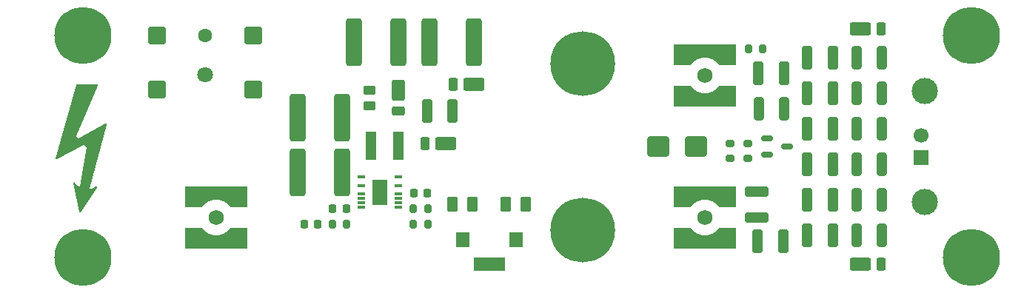
<source format=gbr>
%TF.GenerationSoftware,KiCad,Pcbnew,9.0.4*%
%TF.CreationDate,2025-09-18T09:53:14-07:00*%
%TF.ProjectId,bigpulse,62696770-756c-4736-952e-6b696361645f,rev?*%
%TF.SameCoordinates,Original*%
%TF.FileFunction,Soldermask,Top*%
%TF.FilePolarity,Negative*%
%FSLAX46Y46*%
G04 Gerber Fmt 4.6, Leading zero omitted, Abs format (unit mm)*
G04 Created by KiCad (PCBNEW 9.0.4) date 2025-09-18 09:53:14*
%MOMM*%
%LPD*%
G01*
G04 APERTURE LIST*
G04 Aperture macros list*
%AMRoundRect*
0 Rectangle with rounded corners*
0 $1 Rounding radius*
0 $2 $3 $4 $5 $6 $7 $8 $9 X,Y pos of 4 corners*
0 Add a 4 corners polygon primitive as box body*
4,1,4,$2,$3,$4,$5,$6,$7,$8,$9,$2,$3,0*
0 Add four circle primitives for the rounded corners*
1,1,$1+$1,$2,$3*
1,1,$1+$1,$4,$5*
1,1,$1+$1,$6,$7*
1,1,$1+$1,$8,$9*
0 Add four rect primitives between the rounded corners*
20,1,$1+$1,$2,$3,$4,$5,0*
20,1,$1+$1,$4,$5,$6,$7,0*
20,1,$1+$1,$6,$7,$8,$9,0*
20,1,$1+$1,$8,$9,$2,$3,0*%
%AMFreePoly0*
4,1,25,-1.500000,1.420000,-1.360000,1.280000,-1.205000,1.155000,-1.035000,1.045000,-0.860000,0.950000,-0.675000,0.875000,-0.480000,0.820000,-0.280000,0.780000,-0.085000,0.765000,0.085000,0.765000,0.280000,0.780000,0.480000,0.820000,0.675000,0.875000,0.860000,0.950000,1.035000,1.045000,1.205000,1.155000,1.360000,1.280000,1.500000,1.420000,1.645000,1.595000,3.555000,1.595000,
3.555000,-0.755000,-3.555000,-0.755000,-3.555000,1.595000,-1.645000,1.595000,-1.500000,1.420000,-1.500000,1.420000,$1*%
G04 Aperture macros list end*
%ADD10RoundRect,0.150000X-0.512500X-0.150000X0.512500X-0.150000X0.512500X0.150000X-0.512500X0.150000X0*%
%ADD11RoundRect,0.250000X0.325000X1.100000X-0.325000X1.100000X-0.325000X-1.100000X0.325000X-1.100000X0*%
%ADD12R,1.000000X1.500000*%
%ADD13RoundRect,0.250000X-0.325000X-1.100000X0.325000X-1.100000X0.325000X1.100000X-0.325000X1.100000X0*%
%ADD14C,0.800000*%
%ADD15C,7.400000*%
%ADD16RoundRect,0.200000X-0.200000X-0.275000X0.200000X-0.275000X0.200000X0.275000X-0.200000X0.275000X0*%
%ADD17RoundRect,0.250000X-0.650000X-2.450000X0.650000X-2.450000X0.650000X2.450000X-0.650000X2.450000X0*%
%ADD18RoundRect,0.250000X-0.312500X-1.075000X0.312500X-1.075000X0.312500X1.075000X-0.312500X1.075000X0*%
%ADD19RoundRect,0.225000X0.225000X0.250000X-0.225000X0.250000X-0.225000X-0.250000X0.225000X-0.250000X0*%
%ADD20RoundRect,0.250000X0.650000X2.450000X-0.650000X2.450000X-0.650000X-2.450000X0.650000X-2.450000X0*%
%ADD21C,1.800000*%
%ADD22C,1.600000*%
%ADD23RoundRect,0.250000X0.750000X0.750000X-0.750000X0.750000X-0.750000X-0.750000X0.750000X-0.750000X0*%
%ADD24C,3.000000*%
%ADD25RoundRect,0.250000X-0.350000X-0.625000X0.350000X-0.625000X0.350000X0.625000X-0.350000X0.625000X0*%
%ADD26RoundRect,0.250000X-0.550000X-0.625000X0.550000X-0.625000X0.550000X0.625000X-0.550000X0.625000X0*%
%ADD27RoundRect,0.253000X-0.347000X-0.622000X0.347000X-0.622000X0.347000X0.622000X-0.347000X0.622000X0*%
%ADD28RoundRect,0.200000X0.200000X0.275000X-0.200000X0.275000X-0.200000X-0.275000X0.200000X-0.275000X0*%
%ADD29RoundRect,0.250000X1.000000X0.900000X-1.000000X0.900000X-1.000000X-0.900000X1.000000X-0.900000X0*%
%ADD30RoundRect,0.076250X-0.368250X-0.076250X0.368250X-0.076250X0.368250X0.076250X-0.368250X0.076250X0*%
%ADD31R,1.651000X2.845000*%
%ADD32C,1.730000*%
%ADD33FreePoly0,0.000000*%
%ADD34FreePoly0,180.000000*%
%ADD35R,1.700000X1.700000*%
%ADD36C,1.700000*%
%ADD37RoundRect,0.250000X0.950000X0.500000X-0.950000X0.500000X-0.950000X-0.500000X0.950000X-0.500000X0*%
%ADD38RoundRect,0.250000X0.275000X0.500000X-0.275000X0.500000X-0.275000X-0.500000X0.275000X-0.500000X0*%
%ADD39RoundRect,0.200000X-0.275000X0.200000X-0.275000X-0.200000X0.275000X-0.200000X0.275000X0.200000X0*%
%ADD40RoundRect,0.250000X-0.950000X-0.500000X0.950000X-0.500000X0.950000X0.500000X-0.950000X0.500000X0*%
%ADD41RoundRect,0.250000X-0.275000X-0.500000X0.275000X-0.500000X0.275000X0.500000X-0.275000X0.500000X0*%
%ADD42RoundRect,0.250000X0.450000X-0.262500X0.450000X0.262500X-0.450000X0.262500X-0.450000X-0.262500X0*%
%ADD43C,6.527800*%
%ADD44RoundRect,0.200000X0.275000X-0.200000X0.275000X0.200000X-0.275000X0.200000X-0.275000X-0.200000X0*%
%ADD45RoundRect,0.250000X1.100000X-0.325000X1.100000X0.325000X-1.100000X0.325000X-1.100000X-0.325000X0*%
%ADD46R,1.200000X3.300000*%
%ADD47RoundRect,0.250000X0.500000X-0.950000X0.500000X0.950000X-0.500000X0.950000X-0.500000X-0.950000X0*%
%ADD48RoundRect,0.250000X0.500000X-0.275000X0.500000X0.275000X-0.500000X0.275000X-0.500000X-0.275000X0*%
%ADD49RoundRect,0.225000X-0.225000X-0.250000X0.225000X-0.250000X0.225000X0.250000X-0.225000X0.250000X0*%
G04 APERTURE END LIST*
%TO.C,JP1*%
G36*
X179032000Y-114312000D02*
G01*
X180632000Y-114312000D01*
X180632000Y-115812000D01*
X179032000Y-115812000D01*
X179032000Y-114312000D01*
G37*
%TD*%
D10*
%TO.C,Q1*%
X211587500Y-100650000D03*
X211587500Y-102550000D03*
X213862500Y-101600000D03*
%TD*%
D11*
%TO.C,C13*%
X213438000Y-112395000D03*
X210488000Y-112395000D03*
%TD*%
D12*
%TO.C,JP1*%
X178532000Y-115062000D03*
X179832000Y-115062000D03*
X181132000Y-115062000D03*
%TD*%
D13*
%TO.C,C1*%
X210615000Y-93218000D03*
X213565000Y-93218000D03*
%TD*%
D14*
%TO.C,J3*%
X187725000Y-92075000D03*
X188537779Y-90112779D03*
X188537779Y-94037221D03*
X190500000Y-89300000D03*
D15*
X190500000Y-92075000D03*
D14*
X190500000Y-94850000D03*
X192462221Y-90112779D03*
X192462221Y-94037221D03*
X193275000Y-92075000D03*
%TD*%
D16*
%TO.C,R14*%
X209474800Y-90424000D03*
X211124800Y-90424000D03*
%TD*%
%TO.C,R23*%
X171133000Y-108712000D03*
X172783000Y-108712000D03*
%TD*%
D17*
%TO.C,C20*%
X172964000Y-89662000D03*
X178064000Y-89662000D03*
%TD*%
D18*
%TO.C,R6*%
X221803500Y-107696000D03*
X224728500Y-107696000D03*
%TD*%
D19*
%TO.C,C16*%
X163462000Y-108712000D03*
X161912000Y-108712000D03*
%TD*%
D13*
%TO.C,C6*%
X216203000Y-107696000D03*
X219153000Y-107696000D03*
%TD*%
D18*
%TO.C,R4*%
X221803500Y-99568000D03*
X224728500Y-99568000D03*
%TD*%
D14*
%TO.C,J4*%
X187725000Y-111125000D03*
X188537779Y-109162779D03*
X188537779Y-113087221D03*
X190500000Y-108350000D03*
D15*
X190500000Y-111125000D03*
D14*
X190500000Y-113900000D03*
X192462221Y-109162779D03*
X192462221Y-113087221D03*
X193275000Y-111125000D03*
%TD*%
D20*
%TO.C,C18*%
X163014000Y-104521000D03*
X157914000Y-104521000D03*
%TD*%
D18*
%TO.C,R7*%
X221803500Y-111760000D03*
X224728500Y-111760000D03*
%TD*%
%TO.C,R3*%
X221803500Y-95504000D03*
X224728500Y-95504000D03*
%TD*%
D21*
%TO.C,J2*%
X147320000Y-93400000D03*
D22*
X147320000Y-88900000D03*
D23*
X152820000Y-95050000D03*
X152820000Y-88900000D03*
X141820000Y-88900000D03*
X141820000Y-95050000D03*
%TD*%
D24*
%TO.C,MH4*%
X229616000Y-95250000D03*
%TD*%
D25*
%TO.C,RV2*%
X181730000Y-108211000D03*
D26*
X182880000Y-112261000D03*
D27*
X184030000Y-108211000D03*
%TD*%
D28*
%TO.C,R24*%
X163512000Y-110490000D03*
X161862000Y-110490000D03*
%TD*%
D29*
%TO.C,D1*%
X203445000Y-101600000D03*
X199145000Y-101600000D03*
%TD*%
D30*
%TO.C,U1*%
X165214000Y-105057000D03*
X165214000Y-106057000D03*
X165214000Y-107057000D03*
X165214000Y-107557000D03*
X165214000Y-108057000D03*
X165214000Y-108557000D03*
X169425000Y-108557000D03*
X169425000Y-108057000D03*
X169425000Y-107557000D03*
X169425000Y-107057000D03*
X169425000Y-106057000D03*
X169425000Y-105057000D03*
D31*
X167319500Y-106807000D03*
%TD*%
D32*
%TO.C,TP2*%
X204470000Y-109728000D03*
D33*
X204470000Y-112528000D03*
D34*
X204470000Y-106928000D03*
%TD*%
D25*
%TO.C,RV1*%
X175634000Y-108211000D03*
D26*
X176784000Y-112261000D03*
D27*
X177934000Y-108211000D03*
%TD*%
D35*
%TO.C,LD1*%
X229235000Y-102870000D03*
D36*
X229235000Y-100330000D03*
%TD*%
D37*
%TO.C,D3*%
X222289000Y-88138000D03*
D38*
X224664000Y-88138000D03*
%TD*%
D13*
%TO.C,C2*%
X216203000Y-91440000D03*
X219153000Y-91440000D03*
%TD*%
D18*
%TO.C,R5*%
X221803500Y-103632000D03*
X224728500Y-103632000D03*
%TD*%
D39*
%TO.C,R18*%
X209423000Y-101283000D03*
X209423000Y-102933000D03*
%TD*%
D32*
%TO.C,J1*%
X148590000Y-109728000D03*
D34*
X148590000Y-106928000D03*
D33*
X148590000Y-112528000D03*
%TD*%
D13*
%TO.C,C5*%
X216203000Y-103632000D03*
X219153000Y-103632000D03*
%TD*%
D40*
%TO.C,D5*%
X174840000Y-101219000D03*
D41*
X172465000Y-101219000D03*
%TD*%
D42*
%TO.C,R26*%
X166116000Y-96948000D03*
X166116000Y-95123000D03*
%TD*%
D13*
%TO.C,C3*%
X216203000Y-95504000D03*
X219153000Y-95504000D03*
%TD*%
D43*
%TO.C,H\u002A\u002A*%
X234950000Y-88900000D03*
%TD*%
%TO.C,H\u002A\u002A*%
X133350000Y-114300000D03*
%TD*%
D13*
%TO.C,C7*%
X216203000Y-111760000D03*
X219153000Y-111760000D03*
%TD*%
D19*
%TO.C,C15*%
X160223000Y-110490000D03*
X158673000Y-110490000D03*
%TD*%
D18*
%TO.C,R1*%
X210627500Y-97282000D03*
X213552500Y-97282000D03*
%TD*%
D17*
%TO.C,C21*%
X164318000Y-89662000D03*
X169418000Y-89662000D03*
%TD*%
D43*
%TO.C,H\u002A\u002A*%
X133350000Y-88900000D03*
%TD*%
%TO.C,H\u002A\u002A*%
X234950000Y-114300000D03*
%TD*%
D44*
%TO.C,R15*%
X207391000Y-102933000D03*
X207391000Y-101283000D03*
%TD*%
D37*
%TO.C,D2*%
X222288000Y-115062000D03*
D38*
X224663000Y-115062000D03*
%TD*%
D13*
%TO.C,C4*%
X216203000Y-99568000D03*
X219153000Y-99568000D03*
%TD*%
D45*
%TO.C,C8*%
X210439000Y-109728000D03*
X210439000Y-106778000D03*
%TD*%
D20*
%TO.C,C17*%
X163014000Y-98298000D03*
X157914000Y-98298000D03*
%TD*%
D13*
%TO.C,C19*%
X172691000Y-97536000D03*
X175641000Y-97536000D03*
%TD*%
D46*
%TO.C,L1*%
X166318000Y-101473000D03*
X169418000Y-101473000D03*
%TD*%
D24*
%TO.C,MH1*%
X229616000Y-107950000D03*
%TD*%
D47*
%TO.C,D4*%
X169418000Y-95161000D03*
D48*
X169418000Y-97536000D03*
%TD*%
D49*
%TO.C,C14*%
X171183000Y-106934000D03*
X172733000Y-106934000D03*
%TD*%
D40*
%TO.C,D6*%
X178054000Y-94488000D03*
D41*
X175679000Y-94488000D03*
%TD*%
D16*
%TO.C,R25*%
X171133000Y-110490000D03*
X172783000Y-110490000D03*
%TD*%
D18*
%TO.C,R2*%
X221803500Y-91440000D03*
X224728500Y-91440000D03*
%TD*%
D32*
%TO.C,TP1*%
X204470000Y-93472000D03*
D34*
X204470000Y-90672000D03*
D33*
X204470000Y-96272000D03*
%TD*%
G36*
X135022069Y-94499685D02*
G01*
X135056984Y-94533421D01*
X135070848Y-94553448D01*
X135092821Y-94619772D01*
X135082747Y-94673155D01*
X132590000Y-100450000D01*
X132830000Y-100659999D01*
X135916024Y-98994526D01*
X135984369Y-98980010D01*
X136049713Y-99004748D01*
X136091309Y-99060887D01*
X136095951Y-99130602D01*
X136094490Y-99136483D01*
X134100000Y-106400000D01*
X134349999Y-106459999D01*
X134350000Y-106459999D01*
X134815526Y-106174150D01*
X134882956Y-106155845D01*
X134949577Y-106176901D01*
X134994239Y-106230633D01*
X135002761Y-106299981D01*
X134983258Y-106349090D01*
X133130889Y-109099292D01*
X133077111Y-109143899D01*
X133007755Y-109152350D01*
X132944839Y-109121963D01*
X132908340Y-109062384D01*
X132906602Y-109055086D01*
X132241932Y-105834715D01*
X132247659Y-105765080D01*
X132290124Y-105709596D01*
X132355845Y-105685879D01*
X132423956Y-105701458D01*
X132463090Y-105735945D01*
X132710000Y-106069999D01*
X132710000Y-106070000D01*
X133049998Y-106160000D01*
X133050000Y-106159999D01*
X133059999Y-106150000D01*
X133059999Y-106149999D01*
X133779999Y-101650000D01*
X133469999Y-101430000D01*
X130401916Y-103062377D01*
X130333486Y-103076488D01*
X130268290Y-103051363D01*
X130227027Y-102994979D01*
X130222799Y-102925237D01*
X130224337Y-102919216D01*
X132581443Y-94570309D01*
X132618602Y-94511140D01*
X132681851Y-94481453D01*
X132700778Y-94480000D01*
X134955030Y-94480000D01*
X135022069Y-94499685D01*
G37*
M02*

</source>
